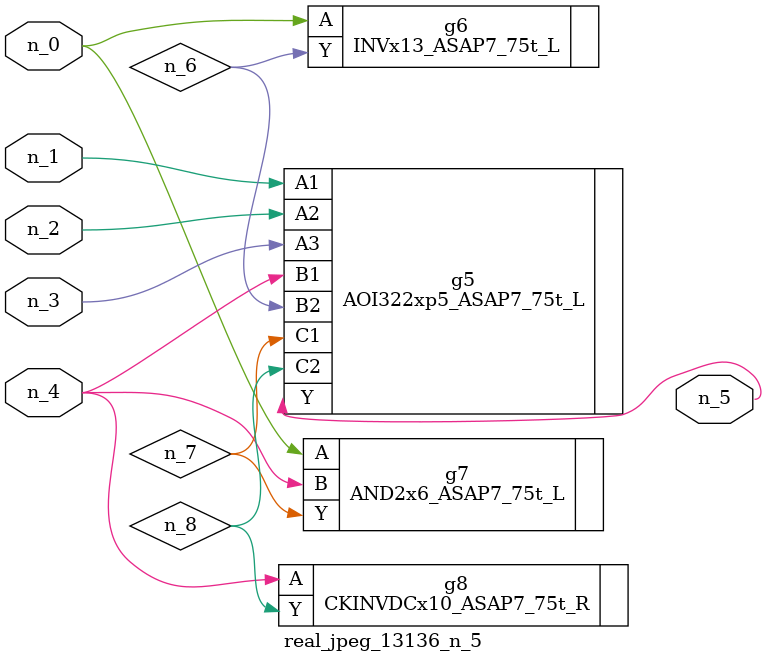
<source format=v>
module real_jpeg_13136_n_5 (n_4, n_0, n_1, n_2, n_3, n_5);

input n_4;
input n_0;
input n_1;
input n_2;
input n_3;

output n_5;

wire n_8;
wire n_6;
wire n_7;

INVx13_ASAP7_75t_L g6 ( 
.A(n_0),
.Y(n_6)
);

AND2x6_ASAP7_75t_L g7 ( 
.A(n_0),
.B(n_4),
.Y(n_7)
);

AOI322xp5_ASAP7_75t_L g5 ( 
.A1(n_1),
.A2(n_2),
.A3(n_3),
.B1(n_4),
.B2(n_6),
.C1(n_7),
.C2(n_8),
.Y(n_5)
);

CKINVDCx10_ASAP7_75t_R g8 ( 
.A(n_4),
.Y(n_8)
);


endmodule
</source>
